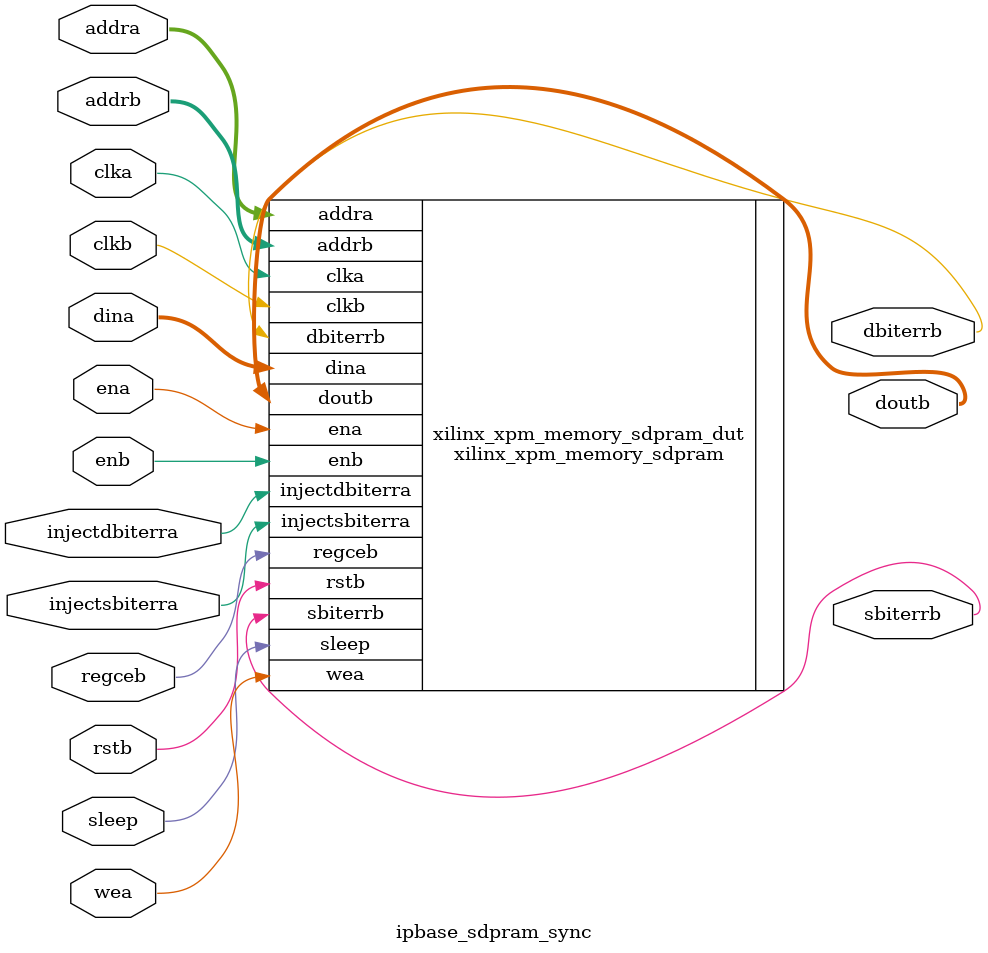
<source format=sv>
module ipbase_sdpram_sync#(
    parameter CASCADE_HEIGHT                  =0,// DECIMAL
    parameter CLOCKING_MODE                   ="common_clock",// String
    parameter ECC_MODE                        ="no_ecc",// String
    parameter MEMORY_INIT_FILE                ="none",// String
    parameter MEMORY_INIT_PARAM               ="0",// String
    parameter MEMORY_OPTIMIZATION             ="true",// String
    parameter MEMORY_PRIMITIVE                ="auto",// String
    parameter MESSAGE_CONTROL                 =0,// DECIMAL
    parameter RST_MODE_A                      ="SYNC",// String
    parameter RST_MODE_B                      ="SYNC",// String
    parameter SIM_ASSERT_CHK                  =0,// DECIMAL; 0=disable simulation messages, 1=enable simulation messages
    parameter USE_EMBEDDED_CONSTRAINT         =0,// DECIMAL
    parameter USE_MEM_INIT                    =1,// DECIMAL
    parameter USE_MEM_INIT_MMI                =0,// DECIMAL
    parameter WAKEUP_TIME                     ="disable_sleep",// String
    parameter AUTO_SLEEP_TIME                 =0,// DECIMAL
    parameter MEMORY_SIZE                     =2048,// DECIMAL
    parameter ADDR_WIDTH_A                    =6,// DECIMAL
    parameter ADDR_WIDTH_B                    =6,// DECIMAL
    parameter WRITE_DATA_WIDTH_A              =32,// DECIMAL
    parameter BYTE_WRITE_WIDTH_A              =32,// DECIMAL
    parameter READ_DATA_WIDTH_B               =32,// DECIMAL
    parameter READ_LATENCY_B                  =2,// DECIMAL
    parameter READ_RESET_VALUE_B              ="0",// String
    parameter WRITE_MODE_B                    ="no_change",// String
    parameter WRITE_PROTECT                   =1// DECIMAL
   )(
        input   wire                                                clka    ,
        input   wire    [ADDR_WIDTH_A-1:0]                          addra   ,
        input   wire    [WRITE_DATA_WIDTH_A-1:0]                    dina    ,
        input   wire                                                ena     ,
        input   wire    [WRITE_DATA_WIDTH_A/BYTE_WRITE_WIDTH_A-1:0] wea     ,

        input   wire                                                clkb    ,
        input   wire    [ADDR_WIDTH_B-1:0]                          addrb   ,
        output  wire    [READ_DATA_WIDTH_B-1:0]                     doutb   ,
        input   wire                                                enb     ,

        output  wire                                                dbiterrb        ,
        output  wire                                                sbiterrb        ,
        input   wire                                                injectdbiterra  ,
        input   wire                                                injectsbiterra  ,
        input   wire                                                regceb          ,
        input   wire                                                rstb            ,
        input   wire                                                sleep            
);

`ifdef COCOTB_SIM
    initial begin
        if (ADDR_WIDTH_A != ADDR_WIDTH_B) begin
            $error("[%s %0d-%0d] ADDR_WIDTH_A(%0b) != ADDR_WIDTH_B(%0b). Not Support!", "COCOTB_SIM", 1, 1, ADDR_WIDTH_A, ADDR_WIDTH_B);
            $finish;
        end
        if (READ_LATENCY_B == 0) begin
            $error("[%s %0d-%0d] READ_LATENCY_B == %0d. Not Support!", "COCOTB_SIM", 1, 2, READ_LATENCY_B);
            $finish;
        end
    end
    simple_dual_port_ram #
    (   .DATA_WIDTH (WRITE_DATA_WIDTH_A),
        .ADDR_WIDTH (ADDR_WIDTH_A),
        .PIPE_DEPTH (READ_LATENCY_B),
        .WRITE_PRIORITY (0)
    )simple_dual_port_ram_dut(
        //input;
        .clk(clka),
        .rst(rstb),  // reset for data out
        .wren(wea), //write high enable;
        .rden(enb),
        .raddress(addrb),
        .waddress(addra),
        .data_in(dina),
        //output;
        .data_out(doutb) 
    );
`else
    xilinx_xpm_memory_sdpram#(
      .CASCADE_HEIGHT                  (CASCADE_HEIGHT                  ),// DECIMAL
      .CLOCKING_MODE                   (CLOCKING_MODE                   ),// DECIMAL
      .ECC_MODE                        (ECC_MODE                        ),// DECIMAL
      .MEMORY_INIT_FILE                (MEMORY_INIT_FILE                ),// DECIMAL
      .MEMORY_INIT_PARAM               (MEMORY_INIT_PARAM               ),// DECIMAL
      .MEMORY_OPTIMIZATION             (MEMORY_OPTIMIZATION             ),// String
      .MEMORY_PRIMITIVE                (MEMORY_PRIMITIVE                ),// String
      .MESSAGE_CONTROL                 (MESSAGE_CONTROL                 ),// String
      .RST_MODE_A                      (RST_MODE_A                      ),// String
      .RST_MODE_B                      (RST_MODE_B                      ),// String
      .SIM_ASSERT_CHK                  (SIM_ASSERT_CHK                  ),// String
      .USE_EMBEDDED_CONSTRAINT         (USE_EMBEDDED_CONSTRAINT         ),// DECIMAL
      .USE_MEM_INIT                    (USE_MEM_INIT                    ),// DECIMAL
      .USE_MEM_INIT_MMI                (USE_MEM_INIT_MMI                ),// DECIMAL
      .WAKEUP_TIME                     (WAKEUP_TIME                     ),// DECIMAL
      .AUTO_SLEEP_TIME                 (AUTO_SLEEP_TIME                 ),// String
      .MEMORY_SIZE                     (MEMORY_SIZE                     ),// String
      .ADDR_WIDTH_A                    (ADDR_WIDTH_A                    ),// String
      .ADDR_WIDTH_B                    (ADDR_WIDTH_B                    ),// DECIMAL; 0=disable simulation messages, 1=enable simulation messages
      .WRITE_DATA_WIDTH_A              (WRITE_DATA_WIDTH_A              ),// DECIMAL
      .BYTE_WRITE_WIDTH_A              (BYTE_WRITE_WIDTH_A              ),// DECIMAL
      .READ_DATA_WIDTH_B               (READ_DATA_WIDTH_B               ),// DECIMAL
      .READ_LATENCY_B                  (READ_LATENCY_B                  ),// String
      .READ_RESET_VALUE_B              (READ_RESET_VALUE_B              ),// DECIMAL
      .WRITE_MODE_B                    (WRITE_MODE_B                    ),// String
      .WRITE_PROTECT                   (WRITE_PROTECT                   ) // DECIMAL
    )xilinx_xpm_memory_sdpram_dut(
        .clka               (clka               ),//input   wire                                                
        .addra              (addra              ),//input   wire    [ADDR_WIDTH_A-1:0]                          
        .dina               (dina               ),//input   wire    [WRITE_DATA_WIDTH_A-1:0]                    
        .ena                (ena                ),//input   wire                                                
        .wea                (wea                ),//input   wire    [WRITE_DATA_WIDTH_A/BYTE_WRITE_WIDTH_A-1:0] 

        .clkb               (clkb               ),//input   wire                                                
        .addrb              (addrb              ),//input   wire    [ADDR_WIDTH_B-1:0]                          
        .doutb              (doutb              ),//output  wire    [READ_DATA_WIDTH_B-1:0]                    
        .enb                (enb                ),//input   wire                                                

        .dbiterrb           (dbiterrb           ),//output  wire                                                
        .sbiterrb           (sbiterrb           ),//output  wire                                                
        .injectdbiterra     (injectdbiterra     ),//input   wire                                                
        .injectsbiterra     (injectsbiterra     ),//input   wire                                                
        .regceb             (regceb             ),//input   wire                                                
        .rstb               (rstb               ),//input   wire                                                
        .sleep              (sleep              ) //input   wire                                                
    );
`endif


endmodule
</source>
